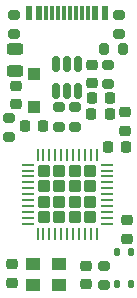
<source format=gbr>
%TF.GenerationSoftware,KiCad,Pcbnew,(6.0.1)*%
%TF.CreationDate,2022-01-23T22:32:30+01:00*%
%TF.ProjectId,pluto,706c7574-6f2e-46b6-9963-61645f706362,1.0*%
%TF.SameCoordinates,Original*%
%TF.FileFunction,Paste,Top*%
%TF.FilePolarity,Positive*%
%FSLAX46Y46*%
G04 Gerber Fmt 4.6, Leading zero omitted, Abs format (unit mm)*
G04 Created by KiCad (PCBNEW (6.0.1)) date 2022-01-23 22:32:30*
%MOMM*%
%LPD*%
G01*
G04 APERTURE LIST*
G04 Aperture macros list*
%AMRoundRect*
0 Rectangle with rounded corners*
0 $1 Rounding radius*
0 $2 $3 $4 $5 $6 $7 $8 $9 X,Y pos of 4 corners*
0 Add a 4 corners polygon primitive as box body*
4,1,4,$2,$3,$4,$5,$6,$7,$8,$9,$2,$3,0*
0 Add four circle primitives for the rounded corners*
1,1,$1+$1,$2,$3*
1,1,$1+$1,$4,$5*
1,1,$1+$1,$6,$7*
1,1,$1+$1,$8,$9*
0 Add four rect primitives between the rounded corners*
20,1,$1+$1,$2,$3,$4,$5,0*
20,1,$1+$1,$4,$5,$6,$7,0*
20,1,$1+$1,$6,$7,$8,$9,0*
20,1,$1+$1,$8,$9,$2,$3,0*%
G04 Aperture macros list end*
%ADD10RoundRect,0.225000X0.225000X0.250000X-0.225000X0.250000X-0.225000X-0.250000X0.225000X-0.250000X0*%
%ADD11RoundRect,0.200000X-0.275000X0.200000X-0.275000X-0.200000X0.275000X-0.200000X0.275000X0.200000X0*%
%ADD12RoundRect,0.062500X-0.475000X0.062500X-0.475000X-0.062500X0.475000X-0.062500X0.475000X0.062500X0*%
%ADD13RoundRect,0.062500X-0.062500X0.475000X-0.062500X-0.475000X0.062500X-0.475000X0.062500X0.475000X0*%
%ADD14RoundRect,0.250000X-0.275000X0.275000X-0.275000X-0.275000X0.275000X-0.275000X0.275000X0.275000X0*%
%ADD15RoundRect,0.200000X0.275000X-0.200000X0.275000X0.200000X-0.275000X0.200000X-0.275000X-0.200000X0*%
%ADD16RoundRect,0.243750X-0.456250X0.243750X-0.456250X-0.243750X0.456250X-0.243750X0.456250X0.243750X0*%
%ADD17RoundRect,0.225000X0.250000X-0.225000X0.250000X0.225000X-0.250000X0.225000X-0.250000X-0.225000X0*%
%ADD18RoundRect,0.150000X-0.150000X0.512500X-0.150000X-0.512500X0.150000X-0.512500X0.150000X0.512500X0*%
%ADD19RoundRect,0.230000X0.400000X0.310000X-0.400000X0.310000X-0.400000X-0.310000X0.400000X-0.310000X0*%
%ADD20RoundRect,0.170000X-0.330000X0.255000X-0.330000X-0.255000X0.330000X-0.255000X0.330000X0.255000X0*%
%ADD21RoundRect,0.225000X-0.250000X0.225000X-0.250000X-0.225000X0.250000X-0.225000X0.250000X0.225000X0*%
%ADD22RoundRect,0.275000X0.275000X-0.275000X0.275000X0.275000X-0.275000X0.275000X-0.275000X-0.275000X0*%
%ADD23R,0.600000X1.150000*%
%ADD24R,0.300000X1.150000*%
%ADD25RoundRect,0.170000X0.255000X0.330000X-0.255000X0.330000X-0.255000X-0.330000X0.255000X-0.330000X0*%
%ADD26RoundRect,0.137500X-0.137500X0.212500X-0.137500X-0.212500X0.137500X-0.212500X0.137500X0.212500X0*%
G04 APERTURE END LIST*
D10*
%TO.C,C9*%
X108915000Y-65655000D03*
X110465000Y-65655000D03*
%TD*%
D11*
%TO.C,R6*%
X110010000Y-80150000D03*
X110010000Y-78500000D03*
%TD*%
D12*
%TO.C,U2*%
X110197500Y-69935000D03*
X110197500Y-70435000D03*
X110197500Y-70935000D03*
X110197500Y-71435000D03*
X110197500Y-71935000D03*
X110197500Y-72435000D03*
X110197500Y-72935000D03*
X110197500Y-73435000D03*
X110197500Y-73935000D03*
X110197500Y-74435000D03*
X110197500Y-74935000D03*
D13*
X109360000Y-75772500D03*
X108860000Y-75772500D03*
X108360000Y-75772500D03*
X107860000Y-75772500D03*
X107360000Y-75772500D03*
X106860000Y-75772500D03*
X106360000Y-75772500D03*
X105860000Y-75772500D03*
X105360000Y-75772500D03*
X104860000Y-75772500D03*
X104360000Y-75772500D03*
D12*
X103522500Y-74935000D03*
X103522500Y-74435000D03*
X103522500Y-73935000D03*
X103522500Y-73435000D03*
X103522500Y-72935000D03*
X103522500Y-72435000D03*
X103522500Y-71935000D03*
X103522500Y-71435000D03*
X103522500Y-70935000D03*
X103522500Y-70435000D03*
X103522500Y-69935000D03*
D13*
X104360000Y-69097500D03*
X104860000Y-69097500D03*
X105360000Y-69097500D03*
X105860000Y-69097500D03*
X106360000Y-69097500D03*
X106860000Y-69097500D03*
X107360000Y-69097500D03*
X107860000Y-69097500D03*
X108360000Y-69097500D03*
X108860000Y-69097500D03*
X109360000Y-69097500D03*
D14*
X104910000Y-74385000D03*
X107510000Y-71785000D03*
X107510000Y-73085000D03*
X104910000Y-73085000D03*
X106210000Y-73085000D03*
X108810000Y-74385000D03*
X107510000Y-74385000D03*
X106210000Y-74385000D03*
X104910000Y-71785000D03*
X106210000Y-70485000D03*
X107510000Y-70485000D03*
X104910000Y-70485000D03*
X106210000Y-71785000D03*
X108810000Y-73085000D03*
X108810000Y-70485000D03*
X108810000Y-71785000D03*
%TD*%
D15*
%TO.C,R1*%
X111290000Y-57240000D03*
X111290000Y-58890000D03*
%TD*%
D16*
%TO.C,F1*%
X102430000Y-61992500D03*
X102430000Y-60117500D03*
%TD*%
D17*
%TO.C,C6*%
X108460000Y-78510000D03*
X108460000Y-80060000D03*
%TD*%
D18*
%TO.C,U1*%
X107790000Y-63682500D03*
X106840000Y-63682500D03*
X105890000Y-63682500D03*
X105890000Y-61407500D03*
X106840000Y-61407500D03*
X107790000Y-61407500D03*
%TD*%
D17*
%TO.C,C7*%
X102520000Y-63260000D03*
X102520000Y-64810000D03*
%TD*%
D19*
%TO.C,Y1*%
X106200000Y-80085000D03*
X104000000Y-80085000D03*
X104000000Y-78385000D03*
X106200000Y-78385000D03*
%TD*%
D20*
%TO.C,FB2*%
X110290000Y-63075000D03*
X110290000Y-61475000D03*
%TD*%
D21*
%TO.C,C4*%
X111930000Y-76210000D03*
X111930000Y-74660000D03*
%TD*%
D11*
%TO.C,R2*%
X102400000Y-58885000D03*
X102400000Y-57235000D03*
%TD*%
D21*
%TO.C,C1*%
X108950000Y-63040000D03*
X108950000Y-61490000D03*
%TD*%
%TO.C,C5*%
X102180000Y-79940000D03*
X102180000Y-78390000D03*
%TD*%
D22*
%TO.C,D1*%
X104040000Y-62227500D03*
X104040000Y-65027500D03*
%TD*%
D23*
%TO.C,J1*%
X110050000Y-57135000D03*
X109250000Y-57135000D03*
D24*
X108600000Y-57135000D03*
X107600000Y-57135000D03*
X106100000Y-57135000D03*
X105100000Y-57135000D03*
D23*
X104450000Y-57135000D03*
X103650000Y-57135000D03*
X103650000Y-57135000D03*
X104450000Y-57135000D03*
D24*
X105600000Y-57135000D03*
X106600000Y-57135000D03*
X107100000Y-57135000D03*
X108100000Y-57135000D03*
D23*
X109250000Y-57135000D03*
X110050000Y-57135000D03*
%TD*%
D10*
%TO.C,C10*%
X103265000Y-66665000D03*
X104815000Y-66665000D03*
%TD*%
D17*
%TO.C,C8*%
X111740000Y-65520000D03*
X111740000Y-67070000D03*
%TD*%
D25*
%TO.C,FB1*%
X110000000Y-60175000D03*
X111600000Y-60175000D03*
%TD*%
D11*
%TO.C,R3*%
X101930000Y-67620000D03*
X101930000Y-65970000D03*
%TD*%
D26*
%TO.C,SW1*%
X111085000Y-80045000D03*
X111085000Y-77345000D03*
X112235000Y-77345000D03*
X112235000Y-80045000D03*
%TD*%
D10*
%TO.C,C2*%
X108925000Y-64335000D03*
X110475000Y-64335000D03*
%TD*%
D15*
%TO.C,R4*%
X106160000Y-65070000D03*
X106160000Y-66720000D03*
%TD*%
D10*
%TO.C,C3*%
X110285000Y-68475000D03*
X111835000Y-68475000D03*
%TD*%
D15*
%TO.C,R5*%
X107550000Y-65070000D03*
X107550000Y-66720000D03*
%TD*%
M02*

</source>
